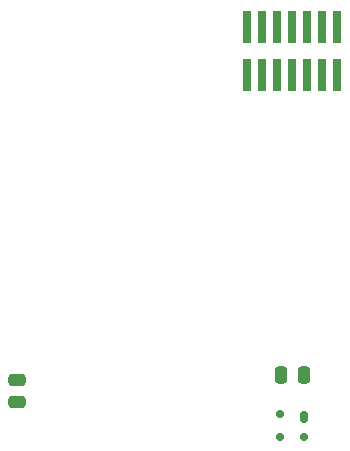
<source format=gbp>
G04 #@! TF.GenerationSoftware,KiCad,Pcbnew,9.0.6*
G04 #@! TF.CreationDate,2025-12-10T23:32:01+01:00*
G04 #@! TF.ProjectId,floppyv3_expansion,666c6f70-7079-4763-935f-657870616e73,rev?*
G04 #@! TF.SameCoordinates,Original*
G04 #@! TF.FileFunction,Paste,Bot*
G04 #@! TF.FilePolarity,Positive*
%FSLAX46Y46*%
G04 Gerber Fmt 4.6, Leading zero omitted, Abs format (unit mm)*
G04 Created by KiCad (PCBNEW 9.0.6) date 2025-12-10 23:32:01*
%MOMM*%
%LPD*%
G01*
G04 APERTURE LIST*
G04 Aperture macros list*
%AMRoundRect*
0 Rectangle with rounded corners*
0 $1 Rounding radius*
0 $2 $3 $4 $5 $6 $7 $8 $9 X,Y pos of 4 corners*
0 Add a 4 corners polygon primitive as box body*
4,1,4,$2,$3,$4,$5,$6,$7,$8,$9,$2,$3,0*
0 Add four circle primitives for the rounded corners*
1,1,$1+$1,$2,$3*
1,1,$1+$1,$4,$5*
1,1,$1+$1,$6,$7*
1,1,$1+$1,$8,$9*
0 Add four rect primitives between the rounded corners*
20,1,$1+$1,$2,$3,$4,$5,0*
20,1,$1+$1,$4,$5,$6,$7,0*
20,1,$1+$1,$6,$7,$8,$9,0*
20,1,$1+$1,$8,$9,$2,$3,0*%
G04 Aperture macros list end*
%ADD10RoundRect,0.175000X0.175000X0.325000X-0.175000X0.325000X-0.175000X-0.325000X0.175000X-0.325000X0*%
%ADD11RoundRect,0.150000X0.200000X0.150000X-0.200000X0.150000X-0.200000X-0.150000X0.200000X-0.150000X0*%
%ADD12RoundRect,0.250000X0.475000X-0.250000X0.475000X0.250000X-0.475000X0.250000X-0.475000X-0.250000X0*%
%ADD13RoundRect,0.250000X-0.250000X-0.475000X0.250000X-0.475000X0.250000X0.475000X-0.250000X0.475000X0*%
%ADD14R,0.740000X2.790000*%
G04 APERTURE END LIST*
D10*
G04 #@! TO.C,U1*
X116100000Y-120150000D03*
D11*
X116100000Y-121850000D03*
X114100000Y-121850000D03*
X114100000Y-119950000D03*
G04 #@! TD*
D12*
G04 #@! TO.C,C2*
X91800000Y-118940000D03*
X91800000Y-117040000D03*
G04 #@! TD*
D13*
G04 #@! TO.C,C1*
X114200000Y-116600000D03*
X116100000Y-116600000D03*
G04 #@! TD*
D14*
G04 #@! TO.C,J6*
X111290000Y-87145000D03*
X111290000Y-91215000D03*
X112560000Y-87145000D03*
X112560000Y-91215000D03*
X113830000Y-87145000D03*
X113830000Y-91215000D03*
X115100000Y-87145000D03*
X115100000Y-91215000D03*
X116370000Y-87145000D03*
X116370000Y-91215000D03*
X117640000Y-87145000D03*
X117640000Y-91215000D03*
X118910000Y-87145000D03*
X118910000Y-91215000D03*
G04 #@! TD*
M02*

</source>
